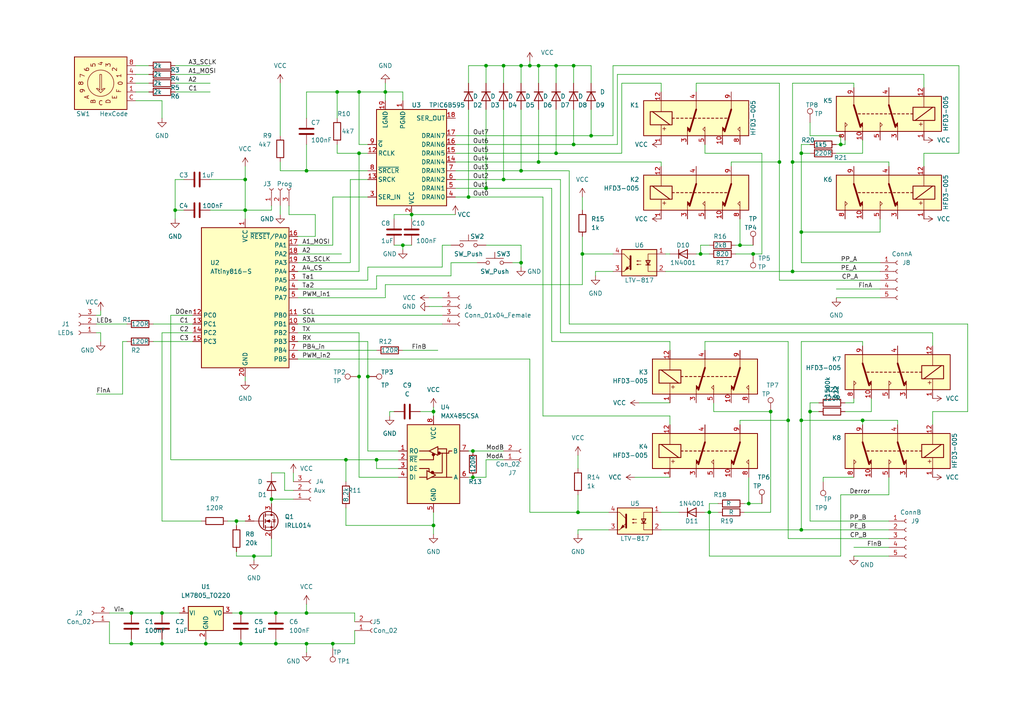
<source format=kicad_sch>
(kicad_sch (version 20230121) (generator eeschema)
  (paper "A4")
  (junction (at 161.29 44.45))
  (junction (at 100.33 133.35))
  (junction (at 116.84 71.12))
  (junction (at 135.89 57.15))
  (junction (at 68.58 151.13))
  (junction (at 69.85 186.69))
  (junction (at 88.9 177.8))
  (junction (at 125.73 152.4))
  (junction (at 96.52 186.69))
  (junction (at 203.2 73.66))
  (junction (at 161.29 19.05))
  (junction (at 71.12 60.96))
  (junction (at 46.99 177.8))
  (junction (at 217.17 146.05))
  (junction (at 106.68 109.22))
  (junction (at 214.63 71.12))
  (junction (at 137.16 138.43))
  (junction (at 88.9 49.53))
  (junction (at 71.12 52.07))
  (junction (at 226.06 46.99))
  (junction (at 205.74 148.59))
  (junction (at 104.14 44.45))
  (junction (at 125.73 119.38))
  (junction (at 38.1 186.69))
  (junction (at 167.64 148.59))
  (junction (at 80.01 186.69))
  (junction (at 243.84 41.91))
  (junction (at 140.97 19.05))
  (junction (at 166.37 19.05))
  (junction (at 229.87 46.99))
  (junction (at 156.21 19.05))
  (junction (at 97.79 26.67))
  (junction (at 166.37 41.91))
  (junction (at 80.01 177.8))
  (junction (at 38.1 177.8))
  (junction (at 59.69 186.69))
  (junction (at 218.44 73.66))
  (junction (at 171.45 39.37))
  (junction (at 232.41 153.67))
  (junction (at 104.14 26.67))
  (junction (at 69.85 177.8))
  (junction (at 234.95 119.38))
  (junction (at 232.41 44.45))
  (junction (at 137.16 130.81))
  (junction (at 228.6 121.92))
  (junction (at 73.66 161.29))
  (junction (at 146.05 52.07))
  (junction (at 250.19 121.92))
  (junction (at 151.13 19.05))
  (junction (at 232.41 67.31))
  (junction (at 156.21 46.99))
  (junction (at 223.52 119.38))
  (junction (at 140.97 54.61))
  (junction (at 146.05 19.05))
  (junction (at 229.87 78.74))
  (junction (at 151.13 49.53))
  (junction (at 151.13 76.2))
  (junction (at 88.9 186.69))
  (junction (at 50.8 60.96))
  (junction (at 78.74 144.78))
  (junction (at 168.91 73.66))
  (junction (at 153.67 19.05))
  (junction (at 104.14 109.22))
  (junction (at 119.38 62.23))
  (junction (at 232.41 121.92))
  (junction (at 109.22 133.35))
  (junction (at 111.76 26.67))
  (junction (at 46.99 186.69))
  (wire (pts (xy 39.37 21.59) (xy 43.18 21.59)))
  (wire (pts (xy 100.33 133.35) (xy 109.22 133.35)))
  (wire (pts (xy 162.56 96.52) (xy 270.51 96.52)))
  (wire (pts (xy 146.05 19.05) (xy 146.05 24.13)))
  (wire (pts (xy 260.35 123.19) (xy 260.35 121.92)))
  (wire (pts (xy 86.36 81.28) (xy 106.68 81.28)))
  (wire (pts (xy 270.51 96.52) (xy 270.51 100.33)))
  (wire (pts (xy 205.74 73.66) (xy 203.2 73.66)))
  (wire (pts (xy 46.99 185.42) (xy 46.99 186.69)))
  (wire (pts (xy 119.38 62.23) (xy 114.3 62.23)))
  (wire (pts (xy 207.01 116.84) (xy 207.01 119.38)))
  (wire (pts (xy 102.87 177.8) (xy 102.87 180.34)))
  (wire (pts (xy 234.95 119.38) (xy 237.49 119.38)))
  (wire (pts (xy 201.93 26.67) (xy 201.93 24.13)))
  (wire (pts (xy 135.89 57.15) (xy 157.48 57.15)))
  (wire (pts (xy 46.99 34.29) (xy 46.99 29.21)))
  (wire (pts (xy 125.73 148.59) (xy 125.73 152.4)))
  (wire (pts (xy 151.13 19.05) (xy 151.13 24.13)))
  (wire (pts (xy 88.9 41.91) (xy 88.9 49.53)))
  (wire (pts (xy 86.36 86.36) (xy 111.76 86.36)))
  (wire (pts (xy 153.67 148.59) (xy 167.64 148.59)))
  (wire (pts (xy 151.13 76.2) (xy 148.59 76.2)))
  (wire (pts (xy 86.36 93.98) (xy 128.27 93.98)))
  (wire (pts (xy 185.42 116.84) (xy 194.31 116.84)))
  (wire (pts (xy 80.01 186.69) (xy 88.9 186.69)))
  (wire (pts (xy 135.89 19.05) (xy 140.97 19.05)))
  (wire (pts (xy 53.34 52.07) (xy 50.8 52.07)))
  (wire (pts (xy 166.37 31.75) (xy 166.37 41.91)))
  (wire (pts (xy 73.66 161.29) (xy 78.74 161.29)))
  (wire (pts (xy 115.57 135.89) (xy 109.22 135.89)))
  (wire (pts (xy 78.74 161.29) (xy 78.74 156.21)))
  (wire (pts (xy 184.15 138.43) (xy 194.31 138.43)))
  (wire (pts (xy 242.57 41.91) (xy 243.84 41.91)))
  (wire (pts (xy 50.8 60.96) (xy 53.34 60.96)))
  (wire (pts (xy 255.27 63.5) (xy 255.27 67.31)))
  (wire (pts (xy 205.74 148.59) (xy 204.47 148.59)))
  (wire (pts (xy 86.36 104.14) (xy 153.67 104.14)))
  (wire (pts (xy 81.28 24.13) (xy 81.28 39.37)))
  (wire (pts (xy 167.64 153.67) (xy 167.64 154.94)))
  (wire (pts (xy 135.89 138.43) (xy 137.16 138.43)))
  (wire (pts (xy 69.85 177.8) (xy 80.01 177.8)))
  (wire (pts (xy 137.16 130.81) (xy 146.05 130.81)))
  (wire (pts (xy 49.53 91.44) (xy 49.53 133.35)))
  (wire (pts (xy 214.63 121.92) (xy 228.6 121.92)))
  (wire (pts (xy 35.56 99.06) (xy 36.83 99.06)))
  (wire (pts (xy 132.08 41.91) (xy 166.37 41.91)))
  (wire (pts (xy 81.28 46.99) (xy 81.28 49.53)))
  (wire (pts (xy 223.52 119.38) (xy 223.52 148.59)))
  (wire (pts (xy 125.73 119.38) (xy 125.73 120.65)))
  (wire (pts (xy 119.38 62.23) (xy 132.08 62.23)))
  (wire (pts (xy 140.97 133.35) (xy 140.97 138.43)))
  (wire (pts (xy 85.09 142.24) (xy 82.55 142.24)))
  (wire (pts (xy 130.81 76.2) (xy 138.43 76.2)))
  (wire (pts (xy 132.08 52.07) (xy 146.05 52.07)))
  (wire (pts (xy 180.34 24.13) (xy 191.77 24.13)))
  (wire (pts (xy 140.97 19.05) (xy 140.97 24.13)))
  (wire (pts (xy 161.29 19.05) (xy 161.29 24.13)))
  (wire (pts (xy 137.16 138.43) (xy 140.97 138.43)))
  (wire (pts (xy 135.89 19.05) (xy 135.89 24.13)))
  (wire (pts (xy 50.8 24.13) (xy 60.96 24.13)))
  (wire (pts (xy 242.57 83.82) (xy 255.27 83.82)))
  (wire (pts (xy 220.98 73.66) (xy 218.44 73.66)))
  (wire (pts (xy 35.56 114.3) (xy 27.94 114.3)))
  (wire (pts (xy 207.01 119.38) (xy 223.52 119.38)))
  (wire (pts (xy 165.1 49.53) (xy 165.1 93.98)))
  (wire (pts (xy 50.8 19.05) (xy 60.96 19.05)))
  (wire (pts (xy 205.74 146.05) (xy 205.74 148.59)))
  (wire (pts (xy 168.91 68.58) (xy 168.91 73.66)))
  (wire (pts (xy 203.2 73.66) (xy 201.93 73.66)))
  (wire (pts (xy 135.89 31.75) (xy 135.89 57.15)))
  (wire (pts (xy 140.97 54.61) (xy 160.02 54.61)))
  (wire (pts (xy 243.84 39.37) (xy 234.95 39.37)))
  (wire (pts (xy 96.52 71.12) (xy 96.52 57.15)))
  (wire (pts (xy 80.01 185.42) (xy 80.01 186.69)))
  (wire (pts (xy 201.93 24.13) (xy 226.06 24.13)))
  (wire (pts (xy 69.85 186.69) (xy 80.01 186.69)))
  (wire (pts (xy 232.41 121.92) (xy 232.41 153.67)))
  (wire (pts (xy 140.97 19.05) (xy 146.05 19.05)))
  (wire (pts (xy 176.53 153.67) (xy 167.64 153.67)))
  (wire (pts (xy 267.97 21.59) (xy 267.97 25.4)))
  (wire (pts (xy 39.37 24.13) (xy 43.18 24.13)))
  (wire (pts (xy 81.28 59.69) (xy 81.28 62.23)))
  (wire (pts (xy 160.02 54.61) (xy 160.02 99.06)))
  (wire (pts (xy 193.04 73.66) (xy 194.31 73.66)))
  (wire (pts (xy 88.9 186.69) (xy 96.52 186.69)))
  (wire (pts (xy 49.53 133.35) (xy 100.33 133.35)))
  (wire (pts (xy 247.65 161.29) (xy 257.81 161.29)))
  (wire (pts (xy 280.67 119.38) (xy 280.67 93.98)))
  (wire (pts (xy 205.74 71.12) (xy 203.2 71.12)))
  (wire (pts (xy 86.36 68.58) (xy 91.44 68.58)))
  (wire (pts (xy 102.87 186.69) (xy 102.87 182.88)))
  (wire (pts (xy 245.11 119.38) (xy 252.73 119.38)))
  (wire (pts (xy 167.64 132.08) (xy 167.64 135.89)))
  (wire (pts (xy 151.13 71.12) (xy 151.13 76.2)))
  (wire (pts (xy 151.13 49.53) (xy 132.08 49.53)))
  (wire (pts (xy 232.41 121.92) (xy 250.19 121.92)))
  (wire (pts (xy 168.91 57.15) (xy 168.91 60.96)))
  (wire (pts (xy 31.75 177.8) (xy 38.1 177.8)))
  (wire (pts (xy 132.08 39.37) (xy 171.45 39.37)))
  (wire (pts (xy 66.04 151.13) (xy 68.58 151.13)))
  (wire (pts (xy 96.52 186.69) (xy 96.52 187.96)))
  (wire (pts (xy 215.9 146.05) (xy 217.17 146.05)))
  (wire (pts (xy 162.56 52.07) (xy 162.56 96.52)))
  (wire (pts (xy 29.21 91.44) (xy 29.21 90.17)))
  (wire (pts (xy 135.89 57.15) (xy 132.08 57.15)))
  (wire (pts (xy 124.46 88.9) (xy 128.27 88.9)))
  (wire (pts (xy 116.84 26.67) (xy 116.84 29.21)))
  (wire (pts (xy 44.45 99.06) (xy 55.88 99.06)))
  (wire (pts (xy 204.47 44.45) (xy 220.98 44.45)))
  (wire (pts (xy 204.47 99.06) (xy 228.6 99.06)))
  (wire (pts (xy 153.67 19.05) (xy 156.21 19.05)))
  (wire (pts (xy 242.57 44.45) (xy 250.19 44.45)))
  (wire (pts (xy 243.84 143.51) (xy 243.84 161.29)))
  (wire (pts (xy 55.88 91.44) (xy 49.53 91.44)))
  (wire (pts (xy 50.8 21.59) (xy 60.96 21.59)))
  (wire (pts (xy 234.95 151.13) (xy 257.81 151.13)))
  (wire (pts (xy 140.97 133.35) (xy 146.05 133.35)))
  (wire (pts (xy 86.36 96.52) (xy 104.14 96.52)))
  (wire (pts (xy 119.38 62.23) (xy 119.38 63.5)))
  (wire (pts (xy 106.68 109.22) (xy 106.68 130.81)))
  (wire (pts (xy 68.58 161.29) (xy 73.66 161.29)))
  (wire (pts (xy 46.99 177.8) (xy 52.07 177.8)))
  (wire (pts (xy 151.13 77.47) (xy 151.13 76.2)))
  (wire (pts (xy 166.37 19.05) (xy 171.45 19.05)))
  (wire (pts (xy 82.55 142.24) (xy 82.55 137.16)))
  (wire (pts (xy 232.41 44.45) (xy 232.41 67.31)))
  (wire (pts (xy 226.06 24.13) (xy 226.06 46.99)))
  (wire (pts (xy 27.94 96.52) (xy 29.21 96.52)))
  (wire (pts (xy 250.19 99.06) (xy 232.41 99.06)))
  (wire (pts (xy 96.52 186.69) (xy 102.87 186.69)))
  (wire (pts (xy 46.99 96.52) (xy 46.99 151.13)))
  (wire (pts (xy 232.41 76.2) (xy 255.27 76.2)))
  (wire (pts (xy 104.14 26.67) (xy 111.76 26.67)))
  (wire (pts (xy 71.12 52.07) (xy 71.12 60.96)))
  (wire (pts (xy 78.74 144.78) (xy 78.74 146.05)))
  (wire (pts (xy 228.6 99.06) (xy 228.6 121.92)))
  (wire (pts (xy 100.33 147.32) (xy 100.33 152.4)))
  (wire (pts (xy 250.19 100.33) (xy 250.19 99.06)))
  (wire (pts (xy 50.8 63.5) (xy 50.8 60.96)))
  (wire (pts (xy 104.14 109.22) (xy 104.14 138.43)))
  (wire (pts (xy 255.27 81.28) (xy 226.06 81.28)))
  (wire (pts (xy 146.05 31.75) (xy 146.05 52.07)))
  (wire (pts (xy 250.19 44.45) (xy 250.19 40.64)))
  (wire (pts (xy 60.96 52.07) (xy 71.12 52.07)))
  (wire (pts (xy 232.41 67.31) (xy 232.41 76.2)))
  (wire (pts (xy 100.33 133.35) (xy 100.33 139.7)))
  (wire (pts (xy 109.22 135.89) (xy 109.22 133.35)))
  (wire (pts (xy 50.8 52.07) (xy 50.8 60.96)))
  (wire (pts (xy 177.8 78.74) (xy 172.72 78.74)))
  (wire (pts (xy 245.11 116.84) (xy 247.65 116.84)))
  (wire (pts (xy 50.8 26.67) (xy 60.96 26.67)))
  (wire (pts (xy 171.45 31.75) (xy 171.45 39.37)))
  (wire (pts (xy 71.12 109.22) (xy 71.12 110.49)))
  (wire (pts (xy 114.3 119.38) (xy 113.03 119.38)))
  (wire (pts (xy 38.1 186.69) (xy 46.99 186.69)))
  (wire (pts (xy 111.76 26.67) (xy 116.84 26.67)))
  (wire (pts (xy 116.84 71.12) (xy 119.38 71.12)))
  (wire (pts (xy 232.41 99.06) (xy 232.41 121.92)))
  (wire (pts (xy 46.99 151.13) (xy 58.42 151.13)))
  (wire (pts (xy 140.97 71.12) (xy 151.13 71.12)))
  (wire (pts (xy 106.68 41.91) (xy 104.14 41.91)))
  (wire (pts (xy 229.87 24.13) (xy 229.87 46.99)))
  (wire (pts (xy 267.97 44.45) (xy 267.97 48.26)))
  (wire (pts (xy 86.36 78.74) (xy 104.14 78.74)))
  (wire (pts (xy 191.77 46.99) (xy 191.77 48.26)))
  (wire (pts (xy 86.36 71.12) (xy 96.52 71.12)))
  (wire (pts (xy 71.12 48.26) (xy 71.12 52.07)))
  (wire (pts (xy 247.65 115.57) (xy 247.65 116.84)))
  (wire (pts (xy 243.84 41.91) (xy 245.11 41.91)))
  (wire (pts (xy 68.58 151.13) (xy 68.58 152.4)))
  (wire (pts (xy 212.09 46.99) (xy 226.06 46.99)))
  (wire (pts (xy 156.21 31.75) (xy 156.21 46.99)))
  (wire (pts (xy 29.21 99.06) (xy 29.21 96.52)))
  (wire (pts (xy 247.65 138.43) (xy 238.76 138.43)))
  (wire (pts (xy 161.29 31.75) (xy 161.29 44.45)))
  (wire (pts (xy 257.81 46.99) (xy 257.81 48.26)))
  (wire (pts (xy 160.02 99.06) (xy 194.31 99.06)))
  (wire (pts (xy 191.77 148.59) (xy 196.85 148.59)))
  (wire (pts (xy 257.81 143.51) (xy 257.81 138.43)))
  (wire (pts (xy 132.08 44.45) (xy 161.29 44.45)))
  (wire (pts (xy 168.91 73.66) (xy 168.91 82.55)))
  (wire (pts (xy 157.48 57.15) (xy 157.48 120.65)))
  (wire (pts (xy 220.98 44.45) (xy 220.98 73.66)))
  (wire (pts (xy 243.84 41.91) (xy 243.84 39.37)))
  (wire (pts (xy 250.19 121.92) (xy 250.19 123.19)))
  (wire (pts (xy 55.88 93.98) (xy 44.45 93.98)))
  (wire (pts (xy 59.69 185.42) (xy 59.69 186.69)))
  (wire (pts (xy 228.6 121.92) (xy 228.6 156.21)))
  (wire (pts (xy 146.05 19.05) (xy 151.13 19.05)))
  (wire (pts (xy 171.45 19.05) (xy 171.45 24.13)))
  (wire (pts (xy 267.97 44.45) (xy 278.13 44.45)))
  (wire (pts (xy 97.79 44.45) (xy 97.79 41.91)))
  (wire (pts (xy 73.66 162.56) (xy 73.66 161.29)))
  (wire (pts (xy 38.1 185.42) (xy 38.1 186.69)))
  (wire (pts (xy 39.37 29.21) (xy 46.99 29.21)))
  (wire (pts (xy 35.56 99.06) (xy 35.56 114.3)))
  (wire (pts (xy 229.87 78.74) (xy 255.27 78.74)))
  (wire (pts (xy 247.65 158.75) (xy 257.81 158.75)))
  (wire (pts (xy 78.74 144.78) (xy 85.09 144.78)))
  (wire (pts (xy 204.47 101.6) (xy 204.47 99.06)))
  (wire (pts (xy 270.51 119.38) (xy 280.67 119.38)))
  (wire (pts (xy 191.77 153.67) (xy 232.41 153.67)))
  (wire (pts (xy 104.14 96.52) (xy 104.14 109.22)))
  (wire (pts (xy 234.95 41.91) (xy 232.41 41.91)))
  (wire (pts (xy 161.29 44.45) (xy 180.34 44.45)))
  (wire (pts (xy 180.34 44.45) (xy 180.34 24.13)))
  (wire (pts (xy 151.13 49.53) (xy 165.1 49.53)))
  (wire (pts (xy 106.68 81.28) (xy 106.68 77.47)))
  (wire (pts (xy 204.47 41.91) (xy 204.47 44.45)))
  (wire (pts (xy 168.91 73.66) (xy 177.8 73.66)))
  (wire (pts (xy 229.87 46.99) (xy 257.81 46.99)))
  (wire (pts (xy 69.85 185.42) (xy 69.85 186.69)))
  (wire (pts (xy 243.84 143.51) (xy 257.81 143.51)))
  (wire (pts (xy 212.09 48.26) (xy 212.09 46.99)))
  (wire (pts (xy 218.44 73.66) (xy 213.36 73.66)))
  (wire (pts (xy 31.75 186.69) (xy 38.1 186.69)))
  (wire (pts (xy 191.77 24.13) (xy 191.77 26.67)))
  (wire (pts (xy 96.52 57.15) (xy 106.68 57.15)))
  (wire (pts (xy 166.37 41.91) (xy 179.07 41.91)))
  (wire (pts (xy 101.6 52.07) (xy 106.68 52.07)))
  (wire (pts (xy 124.46 86.36) (xy 128.27 86.36)))
  (wire (pts (xy 46.99 186.69) (xy 59.69 186.69)))
  (wire (pts (xy 156.21 46.99) (xy 191.77 46.99)))
  (wire (pts (xy 86.36 73.66) (xy 99.06 73.66)))
  (wire (pts (xy 234.95 119.38) (xy 234.95 151.13)))
  (wire (pts (xy 68.58 160.02) (xy 68.58 161.29)))
  (wire (pts (xy 140.97 31.75) (xy 140.97 54.61)))
  (wire (pts (xy 278.13 44.45) (xy 278.13 19.05)))
  (wire (pts (xy 165.1 93.98) (xy 280.67 93.98)))
  (wire (pts (xy 111.76 24.13) (xy 111.76 26.67)))
  (wire (pts (xy 71.12 60.96) (xy 71.12 63.5)))
  (wire (pts (xy 39.37 26.67) (xy 43.18 26.67)))
  (wire (pts (xy 114.3 71.12) (xy 116.84 71.12)))
  (wire (pts (xy 116.84 101.6) (xy 127 101.6)))
  (wire (pts (xy 151.13 31.75) (xy 151.13 49.53)))
  (wire (pts (xy 91.44 62.23) (xy 83.82 62.23)))
  (wire (pts (xy 125.73 152.4) (xy 125.73 154.94)))
  (wire (pts (xy 193.04 78.74) (xy 229.87 78.74)))
  (wire (pts (xy 109.22 80.01) (xy 130.81 80.01)))
  (wire (pts (xy 172.72 78.74) (xy 172.72 80.01)))
  (wire (pts (xy 106.68 77.47) (xy 128.27 77.47)))
  (wire (pts (xy 213.36 71.12) (xy 214.63 71.12)))
  (wire (pts (xy 106.68 130.81) (xy 115.57 130.81)))
  (wire (pts (xy 104.14 44.45) (xy 106.68 44.45)))
  (wire (pts (xy 179.07 21.59) (xy 267.97 21.59)))
  (wire (pts (xy 27.94 93.98) (xy 36.83 93.98)))
  (wire (pts (xy 232.41 44.45) (xy 234.95 44.45)))
  (wire (pts (xy 232.41 41.91) (xy 232.41 44.45)))
  (wire (pts (xy 215.9 148.59) (xy 223.52 148.59)))
  (wire (pts (xy 166.37 19.05) (xy 166.37 24.13)))
  (wire (pts (xy 81.28 49.53) (xy 88.9 49.53)))
  (wire (pts (xy 113.03 119.38) (xy 113.03 120.65)))
  (wire (pts (xy 86.36 83.82) (xy 109.22 83.82)))
  (wire (pts (xy 228.6 156.21) (xy 257.81 156.21)))
  (wire (pts (xy 86.36 101.6) (xy 109.22 101.6)))
  (wire (pts (xy 71.12 60.96) (xy 78.74 60.96)))
  (wire (pts (xy 167.64 148.59) (xy 176.53 148.59)))
  (wire (pts (xy 60.96 60.96) (xy 71.12 60.96)))
  (wire (pts (xy 208.28 148.59) (xy 205.74 148.59)))
  (wire (pts (xy 111.76 82.55) (xy 168.91 82.55)))
  (wire (pts (xy 83.82 59.69) (xy 83.82 62.23)))
  (wire (pts (xy 86.36 91.44) (xy 128.27 91.44)))
  (wire (pts (xy 156.21 19.05) (xy 156.21 24.13)))
  (wire (pts (xy 125.73 118.11) (xy 125.73 119.38)))
  (wire (pts (xy 59.69 186.69) (xy 69.85 186.69)))
  (wire (pts (xy 208.28 146.05) (xy 205.74 146.05)))
  (wire (pts (xy 88.9 26.67) (xy 97.79 26.67)))
  (wire (pts (xy 88.9 34.29) (xy 88.9 26.67)))
  (wire (pts (xy 250.19 121.92) (xy 260.35 121.92)))
  (wire (pts (xy 218.44 71.12) (xy 214.63 71.12)))
  (wire (pts (xy 109.22 83.82) (xy 109.22 80.01)))
  (wire (pts (xy 226.06 46.99) (xy 226.06 81.28)))
  (wire (pts (xy 217.17 146.05) (xy 220.98 146.05)))
  (wire (pts (xy 247.65 24.13) (xy 229.87 24.13)))
  (wire (pts (xy 214.63 123.19) (xy 214.63 121.92)))
  (wire (pts (xy 86.36 99.06) (xy 106.68 99.06)))
  (wire (pts (xy 242.57 86.36) (xy 255.27 86.36)))
  (wire (pts (xy 229.87 46.99) (xy 229.87 78.74)))
  (wire (pts (xy 234.95 116.84) (xy 234.95 119.38)))
  (wire (pts (xy 111.76 86.36) (xy 111.76 82.55)))
  (wire (pts (xy 146.05 52.07) (xy 162.56 52.07)))
  (wire (pts (xy 243.84 161.29) (xy 205.74 161.29)))
  (wire (pts (xy 247.65 25.4) (xy 247.65 24.13)))
  (wire (pts (xy 104.14 138.43) (xy 115.57 138.43)))
  (wire (pts (xy 217.17 138.43) (xy 217.17 146.05)))
  (wire (pts (xy 153.67 104.14) (xy 153.67 148.59)))
  (wire (pts (xy 91.44 68.58) (xy 91.44 62.23)))
  (wire (pts (xy 104.14 78.74) (xy 104.14 44.45)))
  (wire (pts (xy 97.79 26.67) (xy 104.14 26.67)))
  (wire (pts (xy 67.31 177.8) (xy 69.85 177.8)))
  (wire (pts (xy 237.49 116.84) (xy 234.95 116.84)))
  (wire (pts (xy 106.68 99.06) (xy 106.68 109.22)))
  (wire (pts (xy 167.64 143.51) (xy 167.64 148.59)))
  (wire (pts (xy 153.67 17.78) (xy 153.67 19.05)))
  (wire (pts (xy 88.9 49.53) (xy 106.68 49.53)))
  (wire (pts (xy 156.21 19.05) (xy 161.29 19.05)))
  (wire (pts (xy 234.95 39.37) (xy 234.95 35.56)))
  (wire (pts (xy 80.01 177.8) (xy 88.9 177.8)))
  (wire (pts (xy 257.81 153.67) (xy 232.41 153.67)))
  (wire (pts (xy 38.1 177.8) (xy 46.99 177.8)))
  (wire (pts (xy 205.74 148.59) (xy 205.74 161.29)))
  (wire (pts (xy 151.13 19.05) (xy 153.67 19.05)))
  (wire (pts (xy 171.45 39.37) (xy 177.8 39.37)))
  (wire (pts (xy 238.76 138.43) (xy 238.76 139.7)))
  (wire (pts (xy 27.94 91.44) (xy 29.21 91.44)))
  (wire (pts (xy 82.55 137.16) (xy 78.74 137.16)))
  (wire (pts (xy 114.3 62.23) (xy 114.3 63.5)))
  (wire (pts (xy 86.36 76.2) (xy 101.6 76.2)))
  (wire (pts (xy 132.08 46.99) (xy 156.21 46.99)))
  (wire (pts (xy 39.37 19.05) (xy 43.18 19.05)))
  (wire (pts (xy 104.14 41.91) (xy 104.14 26.67)))
  (wire (pts (xy 100.33 152.4) (xy 125.73 152.4)))
  (wire (pts (xy 214.63 63.5) (xy 214.63 71.12)))
  (wire (pts (xy 128.27 77.47) (xy 128.27 71.12)))
  (wire (pts (xy 111.76 29.21) (xy 111.76 26.67)))
  (wire (pts (xy 161.29 19.05) (xy 166.37 19.05)))
  (wire (pts (xy 109.22 133.35) (xy 115.57 133.35)))
  (wire (pts (xy 97.79 44.45) (xy 104.14 44.45)))
  (wire (pts (xy 179.07 41.91) (xy 179.07 21.59)))
  (wire (pts (xy 88.9 177.8) (xy 102.87 177.8)))
  (wire (pts (xy 88.9 175.26) (xy 88.9 177.8)))
  (wire (pts (xy 245.11 40.64) (xy 245.11 41.91)))
  (wire (pts (xy 130.81 80.01) (xy 130.81 76.2)))
  (wire (pts (xy 135.89 130.81) (xy 137.16 130.81)))
  (wire (pts (xy 68.58 151.13) (xy 71.12 151.13)))
  (wire (pts (xy 203.2 71.12) (xy 203.2 73.66)))
  (wire (pts (xy 121.92 119.38) (xy 125.73 119.38)))
  (wire (pts (xy 116.84 71.12) (xy 116.84 72.39)))
  (wire (pts (xy 177.8 39.37) (xy 177.8 19.05)))
  (wire (pts (xy 85.09 137.16) (xy 85.09 139.7)))
  (wire (pts (xy 128.27 71.12) (xy 130.81 71.12)))
  (wire (pts (xy 88.9 186.69) (xy 88.9 189.23)))
  (wire (pts (xy 232.41 67.31) (xy 255.27 67.31)))
  (wire (pts (xy 270.51 119.38) (xy 270.51 123.19)))
  (wire (pts (xy 252.73 119.38) (xy 252.73 115.57)))
  (wire (pts (xy 194.31 99.06) (xy 194.31 101.6)))
  (wire (pts (xy 101.6 76.2) (xy 101.6 52.07)))
  (wire (pts (xy 177.8 19.05) (xy 278.13 19.05)))
  (wire (pts (xy 140.97 54.61) (xy 132.08 54.61)))
  (wire (pts (xy 31.75 180.34) (xy 31.75 186.69)))
  (wire (pts (xy 78.74 59.69) (xy 78.74 60.96)))
  (wire (pts (xy 157.48 120.65) (xy 194.31 120.65)))
  (wire (pts (xy 194.31 120.65) (xy 194.31 123.19)))
  (wire (pts (xy 97.79 26.67) (xy 97.79 34.29)))
  (wire (pts (xy 46.99 96.52) (xy 55.88 96.52)))
  (label "A2" (at 54.61 24.13 0))
  (label "C1" (at 54.61 26.67 0))
  (label "FinA" (at 248.92 83.82 0))
  (label "Ta1" (at 87.63 81.28 0))
  (label "FinA" (at 27.94 114.3 0))
  (label "Out6" (at 137.16 41.91 0))
  (label "SCL" (at 87.63 91.44 0))
  (label "A3_SCLK" (at 87.63 76.2 0))
  (label "PE_A" (at 243.84 78.74 0))
  (label "C1" (at 52.07 93.98 0))
  (label "CP_B" (at 251.46 156.21 180))
  (label "ModB" (at 140.97 130.81 0))
  (label "SDA" (at 87.63 93.98 0))
  (label "Ta2" (at 87.63 83.82 0))
  (label "A3_SCLK" (at 54.61 19.05 0))
  (label "Out0" (at 137.16 57.15 0))
  (label "FinB" (at 251.46 158.75 0))
  (label "Vin" (at 33.02 177.8 0))
  (label "FinB" (at 119.38 101.6 0))
  (label "DOen" (at 50.8 91.44 0))
  (label "Out2" (at 137.16 52.07 0))
  (label "Out7" (at 137.16 39.37 0))
  (label "PWM_in1" (at 87.63 86.36 0))
  (label "PP_B" (at 246.38 151.13 0))
  (label "Out3" (at 137.16 49.53 0))
  (label "PB4_in" (at 87.63 101.6 0))
  (label "Out5" (at 137.16 44.45 0))
  (label "A1_MOSI" (at 54.61 21.59 0))
  (label "Out1" (at 137.16 54.61 0))
  (label "A1_MOSI" (at 87.63 71.12 0))
  (label "PE_B" (at 246.38 153.67 0))
  (label "A4_CS" (at 87.63 78.74 0))
  (label "PWM_in2" (at 87.63 104.14 0))
  (label "A2" (at 87.63 73.66 0))
  (label "LEDs" (at 27.94 93.98 0))
  (label "Derror" (at 246.38 143.51 0))
  (label "TX" (at 87.63 96.52 0))
  (label "ModA" (at 140.97 133.35 0))
  (label "C2" (at 52.07 96.52 0))
  (label "Out4" (at 137.16 46.99 0))
  (label "C3" (at 52.07 99.06 0))
  (label "PP_A" (at 243.84 76.2 0))
  (label "CP_A" (at 248.92 81.28 180))
  (label "RX" (at 87.63 99.06 0))
  (symbol (lib_id "power:GND") (at 46.99 34.29 0) (mirror y) (unit 1)
    (property "Reference" "#PWR03" (effects hide))
    (property "Value" "GND" (at 46.99 39.37 0))
  )
  (symbol (lib_id "Connector:Conn_01x05_Female") (at 260.35 81.28 0) (unit 1)
    (property "Reference" "J8" (at 262.89 76.2 0))
    (property "Value" "ConnA" (at 261.62 73.66 0))
    (property "Footprint" "Connector_Phoenix_MC_HighVoltage:PhoenixContact_MCV_1,5_5-G-5.08_1x05_P5.08mm_Vertical" (effects hide))
  )
  (symbol (lib_id "Device:R") (at 40.64 93.98 90) (mirror x) (unit 1)
    (property "Reference" "R1" (at 36.83 92.71 90))
    (property "Value" "120R" (at 40.64 93.98 90))
    (property "Footprint" "Resistor_SMD:R_1206_3216Metric_Pad1.30x1.75mm_HandSolder" (effects hide))
  )
  (symbol (lib_id "Isolator:LTV-817") (at 184.15 151.13 0) (mirror y) (unit 1)
    (property "Reference" "U5" (at 184.15 146.05 0))
    (property "Value" "LTV-817" (at 184.15 156.21 0))
    (property "Footprint" "Package_DIP:DIP-4_W7.62mm" (effects hide))
    (property "Datasheet" "http://www.us.liteon.com/downloads/LTV-817-827-847.PDF" (effects hide))
  )
  (symbol (lib_id "Device:R") (at 40.64 99.06 90) (mirror x) (unit 1)
    (property "Reference" "R2" (at 39.37 101.6 90))
    (property "Value" "120R" (at 40.64 99.06 90))
    (property "Footprint" "Resistor_SMD:R_1206_3216Metric_Pad1.30x1.75mm_HandSolder" (effects hide))
  )
  (symbol (lib_id "Device:C") (at 119.38 67.31 0) (unit 1)
    (property "Reference" "C10" (at 119.38 64.77 0) (effects (justify left)))
    (property "Value" "100nF" (at 120.65 69.85 0) (effects (justify left)))
    (property "Footprint" "Capacitor_SMD:C_0805_2012Metric_Pad1.18x1.45mm_HandSolder" (effects hide))
  )
  (symbol (lib_id "Device:R") (at 100.33 143.51 0) (mirror y) (unit 1)
    (property "Reference" "R11" (at 102.87 142.24 0))
    (property "Value" "8,2k" (at 100.33 143.51 90))
    (property "Footprint" "Resistor_SMD:R_1206_3216Metric_Pad1.30x1.75mm_HandSolder" (effects hide))
  )
  (symbol (lib_id "power:GND") (at 247.65 161.29 0) (unit 1)
    (property "Reference" "#PWR032" (effects hide))
    (property "Value" "GND" (at 251.46 163.83 0))
  )
  (symbol (lib_id "Device:C") (at 88.9 38.1 0) (unit 1)
    (property "Reference" "C7" (at 90.17 35.56 0) (effects (justify left)))
    (property "Value" "100nF" (at 90.17 40.64 0) (effects (justify left)))
    (property "Footprint" "Capacitor_SMD:C_0805_2012Metric_Pad1.18x1.45mm_HandSolder" (effects hide))
  )
  (symbol (lib_id "Relay:EC2-4.5NU") (at 204.47 109.22 0) (mirror x) (unit 1)
    (property "Reference" "K3" (at 187.96 107.9499 0) (effects (justify right)))
    (property "Value" "HFD3-005" (at 187.96 110.4899 0) (effects (justify right)))
    (property "Footprint" "Relay_THT:Relay_DPDT_Kemet_EC2" (effects hide))
    (property "Datasheet" "https://content.kemet.com/datasheets/KEM_R7002_EC2_EE2.pdf" (effects hide))
  )
  (symbol (lib_id "Device:R") (at 241.3 116.84 270) (unit 1)
    (property "Reference" "R22" (at 242.57 111.76 0) (effects (justify left)))
    (property "Value" "1500k" (at 240.03 109.22 0) (effects (justify left)))
    (property "Footprint" "Resistor_THT:R_Axial_DIN0207_L6.3mm_D2.5mm_P7.62mm_Horizontal" (effects hide))
  )
  (symbol (lib_id "Connector:TestPoint") (at 234.95 35.56 0) (unit 1)
    (property "Reference" "TP8" (at 233.68 30.48 0) (effects (justify left)))
    (property "Value" "TP" (at 236.22 33.02 0) (effects (justify left)))
    (property "Footprint" "TestPoint:TestPoint_Keystone_5000-5004_Miniature" (effects hide))
  )
  (symbol (lib_id "Device:D") (at 146.05 27.94 90) (mirror x) (unit 1)
    (property "Reference" "D4" (at 147.32 30.48 90) (effects (justify right)))
    (property "Value" "D" (at 147.32 27.94 90) (effects (justify right)))
    (property "Footprint" "Diode_THT:D_A-405_P5.08mm_Vertical_AnodeUp" (effects hide))
  )
  (symbol (lib_id "power:GND") (at 73.66 162.56 0) (unit 1)
    (property "Reference" "#PWR07" (effects hide))
    (property "Value" "GND" (at 73.66 167.64 0))
  )
  (symbol (lib_id "Connector:Conn_01x02_Female") (at 107.95 182.88 0) (mirror x) (unit 1)
    (property "Reference" "J5" (at 109.22 180.34 0))
    (property "Value" "Con_02" (at 111.76 182.88 0))
    (property "Footprint" "Connector_PinHeader_2.54mm:PinHeader_1x02_P2.54mm_Vertical" (effects hide))
  )
  (symbol (lib_id "Device:D") (at 161.29 27.94 90) (mirror x) (unit 1)
    (property "Reference" "D7" (at 162.56 30.48 90) (effects (justify right)))
    (property "Value" "D" (at 162.56 27.94 90) (effects (justify right)))
    (property "Footprint" "Diode_THT:D_A-405_P5.08mm_Vertical_AnodeUp" (effects hide))
  )
  (symbol (lib_id "power:VCC") (at 29.21 90.17 0) (unit 1)
    (property "Reference" "#PWR01" (effects hide))
    (property "Value" "VCC" (at 26.67 87.63 0))
  )
  (symbol (lib_id "Device:R") (at 212.09 146.05 90) (mirror x) (unit 1)
    (property "Reference" "R18" (at 210.82 143.51 90) (effects (justify left)))
    (property "Value" "R" (at 212.09 146.05 90) (effects (justify left)))
    (property "Footprint" "Resistor_THT:R_Axial_DIN0207_L6.3mm_D2.5mm_P7.62mm_Horizontal" (effects hide))
  )
  (symbol (lib_id "Device:C") (at 38.1 181.61 0) (unit 1)
    (property "Reference" "C1" (at 41.91 180.3399 0) (effects (justify left)))
    (property "Value" "100nF" (at 41.91 182.8799 0) (effects (justify left)))
    (property "Footprint" "Capacitor_SMD:C_0805_2012Metric_Pad1.18x1.45mm_HandSolder" (effects hide))
  )
  (symbol (lib_id "power:VCC") (at 270.51 115.57 270) (unit 1)
    (property "Reference" "#PWR035" (effects hide))
    (property "Value" "VCC" (at 274.32 115.5699 90) (effects (justify left)))
  )
  (symbol (lib_id "Device:D") (at 156.21 27.94 90) (mirror x) (unit 1)
    (property "Reference" "D6" (at 157.48 30.48 90) (effects (justify right)))
    (property "Value" "D" (at 157.48 27.94 90) (effects (justify right)))
    (property "Footprint" "Diode_THT:D_A-405_P5.08mm_Vertical_AnodeUp" (effects hide))
  )
  (symbol (lib_id "power:GND") (at 116.84 72.39 0) (unit 1)
    (property "Reference" "#PWR015" (effects hide))
    (property "Value" "GND" (at 113.03 73.66 0))
  )
  (symbol (lib_id "Diode:1N4001") (at 200.66 148.59 0) (mirror x) (unit 1)
    (property "Reference" "D11" (at 200.66 151.13 0))
    (property "Value" "1N4001" (at 200.66 146.05 0))
    (property "Footprint" "Diode_THT:D_A-405_P2.54mm_Vertical_AnodeUp" (effects hide))
    (property "Datasheet" "http://www.vishay.com/docs/88503/1n4001.pdf" (effects hide))
  )
  (symbol (lib_id "MCU_Microchip_ATtiny:ATtiny816-S") (at 71.12 86.36 0) (unit 1)
    (property "Reference" "U2" (at 60.96 76.2 0) (effects (justify left)))
    (property "Value" "ATtiny816-S" (at 60.96 78.74 0) (effects (justify left)))
    (property "Footprint" "Package_SO:SOIC-20W_7.5x12.8mm_P1.27mm" (effects hide))
    (property "Datasheet" "http://ww1.microchip.com/downloads/en/DeviceDoc/40001913A.pdf" (effects hide))
  )
  (symbol (lib_id "Connector:TestPoint") (at 218.44 71.12 0) (unit 1)
    (property "Reference" "TP4" (at 215.9 66.04 0) (effects (justify left)))
    (property "Value" "TP" (at 217.17 63.5 0) (effects (justify left)))
    (property "Footprint" "TestPoint:TestPoint_Keystone_5000-5004_Miniature" (effects hide))
  )
  (symbol (lib_id "Device:R") (at 168.91 64.77 0) (unit 1)
    (property "Reference" "R15" (at 171.45 63.4999 0) (effects (justify left)))
    (property "Value" "1k" (at 171.45 66.0399 0) (effects (justify left)))
    (property "Footprint" "Resistor_SMD:R_1206_3216Metric_Pad1.30x1.75mm_HandSolder" (effects hide))
  )
  (symbol (lib_id "Switch:SW_Push") (at 143.51 76.2 0) (unit 1)
    (property "Reference" "SW3" (at 146.05 73.66 0))
    (property "Value" "SW_Push" (at 143.51 78.74 0))
    (property "Footprint" "Button_Switch_SMD:SW_SPST_B3S-1000" (effects hide))
  )
  (symbol (lib_id "Switch:SW_Push") (at 135.89 71.12 0) (unit 1)
    (property "Reference" "SW2" (at 138.43 68.58 0))
    (property "Value" "SW_Push" (at 135.89 73.66 0))
    (property "Footprint" "Button_Switch_SMD:SW_SPST_B3S-1000" (effects hide))
  )
  (symbol (lib_id "Transistor_FET:IRLML0030") (at 76.2 151.13 0) (unit 1)
    (property "Reference" "Q1" (at 82.55 149.8599 0) (effects (justify left)))
    (property "Value" "IRLL014" (at 82.55 152.3999 0) (effects (justify left)))
    (property "Footprint" "Package_TO_SOT_SMD:SOT-23" (effects hide))
    (property "Datasheet" "https://www.infineon.com/dgdl/irlml0030pbf.pdf?fileId=5546d462533600a401535664773825df" (effects hide))
  )
  (symbol (lib_id "Connector:Conn_01x03_Female") (at 90.17 142.24 0) (mirror x) (unit 1)
    (property "Reference" "J4" (at 92.71 139.7 0))
    (property "Value" "Aux" (at 92.71 142.24 0))
    (property "Footprint" "Connector_PinHeader_2.54mm:PinHeader_1x03_P2.54mm_Vertical" (effects hide))
  )
  (symbol (lib_id "Connector:Conn_01x03_Female") (at 81.28 54.61 90) (unit 1)
    (property "Reference" "J3" (at 77.47 53.34 90))
    (property "Value" "Prog" (at 82.55 53.34 90))
    (property "Footprint" "Connector_PinHeader_2.54mm:PinHeader_1x03_P2.54mm_Vertical" (effects hide))
  )
  (symbol (lib_id "Device:D") (at 166.37 27.94 90) (mirror x) (unit 1)
    (property "Reference" "D8" (at 167.64 30.48 90) (effects (justify right)))
    (property "Value" "D" (at 167.64 27.94 90) (effects (justify right)))
    (property "Footprint" "Diode_THT:D_A-405_P5.08mm_Vertical_AnodeUp" (effects hide))
  )
  (symbol (lib_id "Device:R") (at 209.55 71.12 90) (mirror x) (unit 1)
    (property "Reference" "R16" (at 210.82 68.58 90) (effects (justify left)))
    (property "Value" "2k8" (at 210.82 71.12 90) (effects (justify left)))
    (property "Footprint" "Resistor_THT:R_Axial_DIN0207_L6.3mm_D2.5mm_P7.62mm_Horizontal" (effects hide))
  )
  (symbol (lib_id "Device:R") (at 137.16 134.62 0) (unit 1)
    (property "Reference" "R13" (at 135.89 139.7 0) (effects (justify left)))
    (property "Value" "120R" (at 137.16 137.16 90) (effects (justify left)))
    (property "Footprint" "Resistor_THT:R_Axial_DIN0207_L6.3mm_D2.5mm_P7.62mm_Horizontal" (effects hide))
  )
  (symbol (lib_id "power:GND") (at 71.12 110.49 0) (unit 1)
    (property "Reference" "#PWR06" (effects hide))
    (property "Value" "GND" (at 71.12 115.57 0))
  )
  (symbol (lib_id "power:VCC") (at 81.28 24.13 0) (unit 1)
    (property "Reference" "#PWR08" (effects hide))
    (property "Value" "VCC" (at 81.28 19.05 0))
  )
  (symbol (lib_id "Interface_UART:MAX485E") (at 125.73 133.35 0) (unit 1)
    (property "Reference" "U4" (at 127.7494 118.11 0) (effects (justify left)))
    (property "Value" "MAX485CSA" (at 127.7494 120.65 0) (effects (justify left)))
    (property "Footprint" "Package_SO:SO-8_3.9x4.9mm_P1.27mm" (effects hide))
    (property "Datasheet" "https://datasheets.maximintegrated.com/en/ds/MAX1487E-MAX491E.pdf" (effects hide))
  )
  (symbol (lib_id "power:VCC") (at 191.77 63.5 90) (unit 1)
    (property "Reference" "#PWR030" (effects hide))
    (property "Value" "VCC" (at 187.96 63.4999 90) (effects (justify left)))
  )
  (symbol (lib_id "Diode:1N4001") (at 198.12 73.66 0) (mirror x) (unit 1)
    (property "Reference" "D10" (at 198.12 71.12 0))
    (property "Value" "1N4001" (at 198.12 76.2 0))
    (property "Footprint" "Diode_THT:D_A-405_P2.54mm_Vertical_AnodeUp" (effects hide))
    (property "Datasheet" "http://www.vishay.com/docs/88503/1n4001.pdf" (effects hide))
  )
  (symbol (lib_id "power:GND") (at 242.57 86.36 0) (unit 1)
    (property "Reference" "#PWR031" (effects hide))
    (property "Value" "GND" (at 242.57 91.44 0))
  )
  (symbol (lib_id "power:VCC") (at 267.97 40.64 270) (unit 1)
    (property "Reference" "#PWR033" (effects hide))
    (property "Value" "VCC" (at 271.78 40.6399 90) (effects (justify left)))
  )
  (symbol (lib_id "power:VCC") (at 270.51 138.43 270) (unit 1)
    (property "Reference" "#PWR036" (effects hide))
    (property "Value" "VCC" (at 274.32 138.4299 90) (effects (justify left)))
  )
  (symbol (lib_id "power:GND") (at 81.28 62.23 0) (unit 1)
    (property "Reference" "#PWR09" (effects hide))
    (property "Value" "GND" (at 77.47 63.5 0))
  )
  (symbol (lib_id "Connector:Conn_01x03_Female") (at 22.86 93.98 180) (unit 1)
    (property "Reference" "J1" (at 19.05 93.98 0))
    (property "Value" "LEDs" (at 19.05 96.52 0))
    (property "Footprint" "Connector_PinHeader_2.54mm:PinHeader_1x03_P2.54mm_Vertical" (effects hide))
  )
  (symbol (lib_id "Device:R") (at 238.76 44.45 270) (unit 1)
    (property "Reference" "R21" (at 243.84 45.72 90))
    (property "Value" "220R" (at 238.76 44.45 90))
    (property "Footprint" "Resistor_THT:R_Axial_DIN0207_L6.3mm_D2.5mm_P7.62mm_Horizontal" (effects hide))
  )
  (symbol (lib_id "Device:R") (at 238.76 41.91 270) (unit 1)
    (property "Reference" "R20" (at 232.41 40.64 90) (effects (justify left)))
    (property "Value" "1k5" (at 236.22 41.91 90) (effects (justify left)))
    (property "Footprint" "Resistor_THT:R_Axial_DIN0207_L6.3mm_D2.5mm_P7.62mm_Horizontal" (effects hide))
  )
  (symbol (lib_id "Connector:TestPoint") (at 104.14 109.22 90) (unit 1)
    (property "Reference" "TP2" (at 100.33 107.95 90) (effects (justify left)))
    (property "Value" "TP" (at 99.06 110.49 90) (effects (justify left)))
    (property "Footprint" "TestPoint:TestPoint_Pad_1.0x1.0mm" (effects hide))
  )
  (symbol (lib_id "power:VCC") (at 125.73 118.11 0) (unit 1)
    (property "Reference" "#PWR018" (effects hide))
    (property "Value" "VCC" (at 125.73 113.03 0))
  )
  (symbol (lib_id "Device:R") (at 212.09 148.59 270) (mirror x) (unit 1)
    (property "Reference" "R19" (at 210.82 151.13 90))
    (property "Value" "R" (at 212.09 148.59 90))
    (property "Footprint" "Resistor_THT:R_Axial_DIN0207_L6.3mm_D2.5mm_P7.62mm_Horizontal" (effects hide))
  )
  (symbol (lib_id "Interface_Expansion:TPIC6595") (at 119.38 46.99 0) (mirror x) (unit 1)
    (property "Reference" "U3" (at 119.38 30.48 0) (effects (justify left)))
    (property "Value" "TPIC6B595" (at 124.46 30.48 0) (effects (justify left)))
    (property "Footprint" "Package_DIP:DIP-20_W7.62mm" (effects hide))
    (property "Datasheet" "http://www.ti.com/lit/ds/symlink/tpic6595.pdf" (effects hide))
  )
  (symbol (lib_id "Device:R") (at 46.99 21.59 90) (mirror x) (unit 1)
    (property "Reference" "R4" (at 50.8 22.86 90))
    (property "Value" "2k" (at 45.72 21.59 90))
    (property "Footprint" "Resistor_SMD:R_1206_3216Metric_Pad1.30x1.75mm_HandSolder" (effects hide))
  )
  (symbol (lib_id "Device:C") (at 69.85 181.61 0) (unit 1)
    (property "Reference" "C5" (at 73.66 180.3399 0) (effects (justify left)))
    (property "Value" "1uF" (at 73.66 182.8799 0) (effects (justify left)))
    (property "Footprint" "Capacitor_SMD:C_0805_2012Metric_Pad1.18x1.45mm_HandSolder" (effects hide))
  )
  (symbol (lib_id "power:VCC") (at 184.15 138.43 90) (unit 1)
    (property "Reference" "#PWR027" (effects hide))
    (property "Value" "VCC" (at 180.34 138.4299 90) (effects (justify left)))
  )
  (symbol (lib_id "Relay:EC2-4.5NU") (at 201.93 34.29 0) (mirror x) (unit 1)
    (property "Reference" "K1" (at 185.42 30.48 0) (effects (justify right)))
    (property "Value" "HFD3-005" (at 218.44 39.37 90) (effects (justify right)))
    (property "Footprint" "Relay_THT:Relay_DPDT_Kemet_EC2" (effects hide))
    (property "Datasheet" "https://content.kemet.com/datasheets/KEM_R7002_EC2_EE2.pdf" (effects hide))
  )
  (symbol (lib_id "power:GND") (at 167.64 154.94 0) (unit 1)
    (property "Reference" "#PWR024" (effects hide))
    (property "Value" "GND" (at 167.64 160.02 0))
  )
  (symbol (lib_id "Connector:Conn_01x04_Female") (at 133.35 88.9 0) (unit 1)
    (property "Reference" "J6" (at 134.62 88.8999 0) (effects (justify left)))
    (property "Value" "Conn_01x04_Female" (at 134.62 91.4399 0) (effects (justify left)))
    (property "Footprint" "Connector_PinHeader_2.54mm:PinHeader_1x04_P2.54mm_Vertical" (effects hide))
  )
  (symbol (lib_id "Device:R") (at 209.55 73.66 270) (mirror x) (unit 1)
    (property "Reference" "R17" (at 209.55 76.2 90))
    (property "Value" "820" (at 209.55 73.66 90))
    (property "Footprint" "Resistor_THT:R_Axial_DIN0207_L6.3mm_D2.5mm_P7.62mm_Horizontal" (effects hide))
  )
  (symbol (lib_id "Connector:Conn_01x02_Female") (at 151.13 133.35 0) (mirror x) (unit 1)
    (property "Reference" "J7" (at 148.59 137.16 0))
    (property "Value" "Con_02" (at 147.32 134.62 0))
    (property "Footprint" "Connector_PinHeader_2.54mm:PinHeader_1x02_P2.54mm_Vertical" (effects hide))
  )
  (symbol (lib_id "power:VCC") (at 132.08 62.23 0) (unit 1)
    (property "Reference" "#PWR020" (effects hide))
    (property "Value" "VCC" (at 134.62 62.23 0))
  )
  (symbol (lib_id "Device:C") (at 46.99 181.61 0) (unit 1)
    (property "Reference" "C2" (at 50.8 180.3399 0) (effects (justify left)))
    (property "Value" "1uF" (at 50.8 182.8799 0) (effects (justify left)))
    (property "Footprint" "Capacitor_SMD:C_0805_2012Metric_Pad1.18x1.45mm_HandSolder" (effects hide))
  )
  (symbol (lib_id "Isolator:LTV-817") (at 185.42 76.2 0) (mirror y) (unit 1)
    (property "Reference" "U6" (at 185.42 71.12 0))
    (property "Value" "LTV-817" (at 185.42 81.28 0))
    (property "Footprint" "Package_DIP:DIP-4_W7.62mm" (effects hide))
    (property "Datasheet" "http://www.us.liteon.com/downloads/LTV-817-827-847.PDF" (effects hide))
  )
  (symbol (lib_id "power:GND") (at 88.9 189.23 0) (unit 1)
    (property "Reference" "#PWR012" (effects hide))
    (property "Value" "GND" (at 85.09 191.77 0))
  )
  (symbol (lib_id "power:GND") (at 151.13 77.47 0) (unit 1)
    (property "Reference" "#PWR021" (effects hide))
    (property "Value" "GND" (at 154.94 78.74 0))
  )
  (symbol (lib_id "Device:R") (at 241.3 119.38 270) (unit 1)
    (property "Reference" "R23" (at 241.3 113.03 90))
    (property "Value" "220R" (at 241.3 115.57 90))
    (property "Footprint" "Resistor_THT:R_Axial_DIN0207_L6.3mm_D2.5mm_P7.62mm_Horizontal" (effects hide))
  )
  (symbol (lib_id "Device:R") (at 113.03 101.6 270) (mirror x) (unit 1)
    (property "Reference" "R12" (at 111.76 99.06 90))
    (property "Value" "120R" (at 113.03 101.6 90))
    (property "Footprint" "Resistor_SMD:R_1206_3216Metric_Pad1.30x1.75mm_HandSolder" (effects hide))
  )
  (symbol (lib_id "Device:R") (at 68.58 156.21 0) (unit 1)
    (property "Reference" "R8" (at 71.12 154.9399 0) (effects (justify left)))
    (property "Value" "20k" (at 71.12 157.4799 0) (effects (justify left)))
    (property "Footprint" "Resistor_SMD:R_1206_3216Metric_Pad1.30x1.75mm_HandSolder" (effects hide))
  )
  (symbol (lib_id "power:VCC") (at 153.67 17.78 0) (unit 1)
    (property "Reference" "#PWR022" (effects hide))
    (property "Value" "VCC" (at 158.75 15.24 0))
  )
  (symbol (lib_id "power:GND") (at 50.8 63.5 0) (unit 1)
    (property "Reference" "#PWR04" (effects hide))
    (property "Value" "GND" (at 50.8 68.58 0))
  )
  (symbol (lib_id "Device:D") (at 140.97 27.94 90) (mirror x) (unit 1)
    (property "Reference" "D3" (at 142.24 30.48 90) (effects (justify right)))
    (property "Value" "D" (at 142.24 27.94 90) (effects (justify right)))
    (property "Footprint" "Diode_THT:D_A-405_P5.08mm_Vertical_AnodeUp" (effects hide))
  )
  (symbol (lib_id "Device:C") (at 57.15 52.07 90) (unit 1)
    (property "Reference" "C3" (at 54.61 50.8 90) (effects (justify left)))
    (property "Value" "1uF" (at 62.23 50.8 90) (effects (justify left)))
    (property "Footprint" "Capacitor_THT:C_Disc_D4.7mm_W2.5mm_P5.00mm" (effects hide))
  )
  (symbol (lib_id "Device:C") (at 118.11 119.38 90) (unit 1)
    (property "Reference" "C9" (at 118.11 111.76 90))
    (property "Value" "C" (at 118.11 114.3 90))
    (property "Footprint" "Capacitor_SMD:C_0805_2012Metric_Pad1.18x1.45mm_HandSolder" (effects hide))
  )
  (symbol (lib_id "power:GND") (at 124.46 88.9 270) (unit 1)
    (property "Reference" "#PWR017" (effects hide))
    (property "Value" "GND" (at 120.65 88.8999 90) (effects (justify right)))
  )
  (symbol (lib_id "Device:D") (at 78.74 140.97 270) (unit 1)
    (property "Reference" "D1" (at 77.47 143.51 90) (effects (justify right)))
    (property "Value" "D" (at 76.2 139.7001 90) (effects (justify right)))
    (property "Footprint" "Diode_SMD:D_SMA_Handsoldering" (effects hide))
  )
  (symbol (lib_id "Device:R") (at 46.99 26.67 90) (mirror x) (unit 1)
    (property "Reference" "R6" (at 50.8 27.94 90))
    (property "Value" "2k" (at 45.72 26.67 90))
    (property "Footprint" "Resistor_SMD:R_1206_3216Metric_Pad1.30x1.75mm_HandSolder" (effects hide))
  )
  (symbol (lib_id "Connector:TestPoint") (at 238.76 139.7 180) (unit 1)
    (property "Reference" "TP9" (at 240.03 147.32 0) (effects (justify left)))
    (property "Value" "TP" (at 241.3 144.78 0) (effects (justify left)))
    (property "Footprint" "TestPoint:TestPoint_Keystone_5000-5004_Miniature" (effects hide))
  )
  (symbol (lib_id "power:GND") (at 113.03 120.65 0) (unit 1)
    (property "Reference" "#PWR014" (effects hide))
    (property "Value" "GND" (at 113.03 125.73 0))
  )
  (symbol (lib_id "Device:C") (at 80.01 181.61 0) (unit 1)
    (property "Reference" "C6" (at 83.82 180.3399 0) (effects (justify left)))
    (property "Value" "100nF" (at 83.82 182.8799 0) (effects (justify left)))
    (property "Footprint" "Capacitor_SMD:C_1206_3216Metric_Pad1.33x1.80mm_HandSolder" (effects hide))
  )
  (symbol (lib_id "power:VCC") (at 88.9 175.26 0) (unit 1)
    (property "Reference" "#PWR011" (effects hide))
    (property "Value" "VCC" (at 88.9 170.18 0))
  )
  (symbol (lib_id "power:VCC") (at 267.97 63.5 270) (unit 1)
    (property "Reference" "#PWR034" (effects hide))
    (property "Value" "VCC" (at 271.78 63.4999 90) (effects (justify left)))
  )
  (symbol (lib_id "Relay:EC2-4.5NU") (at 260.35 130.81 180) (unit 1)
    (property "Reference" "K8" (at 241.3 127 0) (effects (justify right)))
    (property "Value" "HFD3-005" (at 276.86 135.89 90) (effects (justify right)))
    (property "Footprint" "Relay_THT:Relay_DPDT_Kemet_EC2" (effects hide))
    (property "Datasheet" "https://content.kemet.com/datasheets/KEM_R7002_EC2_EE2.pdf" (effects hide))
  )
  (symbol (lib_id "power:GND") (at 172.72 80.01 0) (unit 1)
    (property "Reference" "#PWR026" (effects hide))
    (property "Value" "GND" (at 172.72 85.09 0))
  )
  (symbol (lib_id "Device:R") (at 46.99 24.13 90) (mirror x) (unit 1)
    (property "Reference" "R5" (at 50.8 25.4 90))
    (property "Value" "2k" (at 45.72 24.13 90))
    (property "Footprint" "Resistor_SMD:R_1206_3216Metric_Pad1.30x1.75mm_HandSolder" (effects hide))
  )
  (symbol (lib_id "Connector:Conn_01x05_Female") (at 262.89 156.21 0) (unit 1)
    (property "Reference" "J9" (at 265.43 151.13 0))
    (property "Value" "ConnB" (at 264.16 148.59 0))
    (property "Footprint" "Connector_Phoenix_MC_HighVoltage:PhoenixContact_MCV_1,5_5-G-5.08_1x05_P5.08mm_Vertical" (effects hide))
  )
  (symbol (lib_id "Device:D") (at 171.45 27.94 90) (mirror x) (unit 1)
    (property "Reference" "D9" (at 172.72 30.48 90) (effects (justify right)))
    (property "Value" "D" (at 173.99 26.6701 90) (effects (justify right)))
    (property "Footprint" "Diode_THT:D_A-405_P5.08mm_Vertical_AnodeUp" (effects hide))
  )
  (symbol (lib_id "power:GND") (at 125.73 154.94 0) (unit 1)
    (property "Reference" "#PWR019" (effects hide))
    (property "Value" "GND" (at 125.73 160.02 0))
  )
  (symbol (lib_id "Connector:TestPoint") (at 106.68 109.22 270) (unit 1)
    (property "Reference" "TP3" (at 110.49 107.95 90) (effects (justify left)))
    (property "Value" "TP" (at 110.49 111.76 90) (effects (justify left)))
    (property "Footprint" "TestPoint:TestPoint_Pad_1.0x1.0mm" (effects hide))
  )
  (symbol (lib_id "Device:R") (at 46.99 19.05 270) (mirror x) (unit 1)
    (property "Reference" "R3" (at 50.8 20.32 90))
    (property "Value" "2k" (at 45.72 19.05 90))
    (property "Footprint" "Resistor_SMD:R_1206_3216Metric_Pad1.30x1.75mm_HandSolder" (effects hide))
  )
  (symbol (lib_id "Device:D") (at 135.89 27.94 90) (mirror x) (unit 1)
    (property "Reference" "D2" (at 137.16 30.48 90) (effects (justify right)))
    (property "Value" "D" (at 137.16 27.94 90) (effects (justify right)))
    (property "Footprint" "Diode_THT:D_A-405_P5.08mm_Vertical_AnodeUp" (effects hide))
  )
  (symbol (lib_id "Device:R") (at 167.64 139.7 0) (unit 1)
    (property "Reference" "R14" (at 170.18 138.4299 0) (effects (justify left)))
    (property "Value" "1k" (at 170.18 140.9699 0) (effects (justify left)))
    (property "Footprint" "Resistor_SMD:R_1206_3216Metric_Pad1.30x1.75mm_HandSolder" (effects hide))
  )
  (symbol (lib_id "power:GND") (at 111.76 24.13 180) (unit 1)
    (property "Reference" "#PWR013" (effects hide))
    (property "Value" "GND" (at 111.76 19.05 0))
  )
  (symbol (lib_id "Device:C") (at 57.15 60.96 90) (unit 1)
    (property "Reference" "C4" (at 54.61 59.69 90) (effects (justify left)))
    (property "Value" "100nF" (at 64.77 59.69 90) (effects (justify left)))
    (property "Footprint" "Capacitor_SMD:C_0805_2012Metric_Pad1.18x1.45mm_HandSolder" (effects hide))
  )
  (symbol (lib_id "Device:D") (at 151.13 27.94 90) (mirror x) (unit 1)
    (property "Reference" "D5" (at 152.4 30.48 90) (effects (justify right)))
    (property "Value" "D" (at 152.4 27.94 90) (effects (justify right)))
    (property "Footprint" "Diode_THT:D_A-405_P5.08mm_Vertical_AnodeUp" (effects hide))
  )
  (symbol (lib_id "Relay:EC2-4.5NU") (at 204.47 130.81 0) (mirror x) (unit 1)
    (property "Reference" "K4" (at 187.96 129.5399 0) (effects (justify right)))
    (property "Value" "HFD3-005" (at 187.96 132.0799 0) (effects (justify right)))
    (property "Footprint" "Relay_THT:Relay_DPDT_Kemet_EC2" (effects hide))
    (property "Datasheet" "https://content.kemet.com/datasheets/KEM_R7002_EC2_EE2.pdf" (effects hide))
  )
  (symbol (lib_id "Device:C") (at 114.3 67.31 0) (unit 1)
    (property "Reference" "C8" (at 110.49 64.77 0) (effects (justify left)))
    (property "Value" "1uF" (at 110.49 69.85 0) (effects (justify left)))
    (property "Footprint" "Capacitor_SMD:C_0805_2012Metric_Pad1.18x1.45mm_HandSolder" (effects hide))
  )
  (symbol (lib_id "Connector:TestPoint") (at 96.52 187.96 180) (unit 1)
    (property "Reference" "TP1" (at 101.6 191.77 0) (effects (justify left)))
    (property "Value" "TP" (at 99.06 189.23 0) (effects (justify left)))
    (property "Footprint" "TestPoint:TestPoint_Keystone_5000-5004_Miniature" (effects hide))
  )
  (symbol (lib_id "Switch:SW_Coded_SH-7050") (at 29.21 24.13 0) (mirror x) (unit 1)
    (property "Reference" "SW1" (at 24.13 33.02 0))
    (property "Value" "HexCode" (at 33.02 33.02 0))
    (property "Footprint" "Button_Switch_THT:Nidec_Copal_SH-7010C" (effects hide))
    (property "Datasheet" "https://www.nidec-copal-electronics.com/e/catalog/switch/sh-7000.pdf" (effects hide))
  )
  (symbol (lib_id "power:VCC") (at 167.64 132.08 0) (unit 1)
    (property "Reference" "#PWR023" (effects hide))
    (property "Value" "VCC" (at 167.64 127 0))
  )
  (symbol (lib_id "Connector:TestPoint") (at 223.52 119.38 0) (unit 1)
    (property "Reference" "TP7" (at 222.25 111.76 0) (effects (justify left)))
    (property "Value" "TP" (at 220.98 114.3 0) (effects (justify left)))
    (property "Footprint" "TestPoint:TestPoint_Keystone_5000-5004_Miniature" (effects hide))
  )
  (symbol (lib_id "Connector:TestPoint") (at 220.98 146.05 0) (unit 1)
    (property "Reference" "TP6" (at 219.71 138.43 0) (effects (justify left)))
    (property "Value" "TP" (at 218.44 140.97 0) (effects (justify left)))
    (property "Footprint" "TestPoint:TestPoint_Keystone_5000-5004_Miniature" (effects hide))
  )
  (symbol (lib_id "power:VCC") (at 124.46 86.36 90) (unit 1)
    (property "Reference" "#PWR016" (effects hide))
    (property "Value" "VCC" (at 120.65 86.3599 90) (effects (justify left)))
  )
  (symbol (lib_id "power:GND") (at 29.21 99.06 0) (unit 1)
    (property "Reference" "#PWR02" (effects hide))
    (property "Value" "GND" (at 25.4 101.6 0))
  )
  (symbol (lib_id "Device:R") (at 62.23 151.13 90) (unit 1)
    (property "Reference" "R7" (at 62.23 144.78 90))
    (property "Value" "120R" (at 62.23 147.32 90))
    (property "Footprint" "Resistor_SMD:R_1206_3216Metric_Pad1.30x1.75mm_HandSolder" (effects hide))
  )
  (symbol (lib_id "power:VCC") (at 191.77 41.91 90) (unit 1)
    (property "Reference" "#PWR029" (effects hide))
    (property "Value" "VCC" (at 187.96 41.9099 90) (effects (justify left)))
  )
  (symbol (lib_id "Relay:EC2-4.5NU") (at 201.93 55.88 0) (mirror x) (unit 1)
    (property "Reference" "K2" (at 185.42 52.07 0) (effects (justify right)))
    (property "Value" "HFD3-005" (at 185.42 54.61 0) (effects (justify right)))
    (property "Footprint" "Relay_THT:Relay_DPDT_Kemet_EC2" (effects hide))
    (property "Datasheet" "https://content.kemet.com/datasheets/KEM_R7002_EC2_EE2.pdf" (effects hide))
  )
  (symbol (lib_id "Relay:EC2-4.5NU") (at 257.81 33.02 180) (unit 1)
    (property "Reference" "K5" (at 238.76 29.21 0) (effects (justify right)))
    (property "Value" "HFD3-005" (at 274.32 38.1 90) (effects (justify right)))
    (property "Footprint" "Relay_THT:Relay_DPDT_Kemet_EC2" (effects hide))
    (property "Datasheet" "https://content.kemet.com/datasheets/KEM_R7002_EC2_EE2.pdf" (effects hide))
  )
  (symbol (lib_id "Connector:Conn_01x02_Female") (at 26.67 180.34 180) (unit 1)
    (property "Reference" "J2" (at 22.86 177.8 0))
    (property "Value" "Con_02" (at 22.86 180.34 0))
    (property "Footprint" "Connector_PinHeader_2.54mm:PinHeader_1x02_P2.54mm_Vertical" (effects hide))
  )
  (symbol (lib_id "power:VCC") (at 85.09 137.16 0) (unit 1)
    (property "Reference" "#PWR010" (effects hide))
    (property "Value" "VCC" (at 88.9 135.89 0))
  )
  (symbol (lib_id "Relay:EC2-4.5NU") (at 260.35 107.95 180) (unit 1)
    (property "Reference" "K7" (at 241.3 104.14 0) (effects (justify right)))
    (property "Value" "HFD3-005" (at 233.68 106.68 0) (effects (justify right)))
    (property "Footprint" "Relay_THT:Relay_DPDT_Kemet_EC2" (effects hide))
    (property "Datasheet" "https://content.kemet.com/datasheets/KEM_R7002_EC2_EE2.pdf" (effects hide))
  )
  (symbol (lib_id "Connector:TestPoint") (at 218.44 73.66 180) (unit 1)
    (property "Reference" "TP5" (at 223.52 74.93 0) (effects (justify left)))
    (property "Value" "TP" (at 222.25 77.47 0) (effects (justify left)))
    (property "Footprint" "TestPoint:TestPoint_Keystone_5000-5004_Miniature" (effects hide))
  )
  (symbol (lib_id "power:VCC") (at 185.42 116.84 90) (unit 1)
    (property "Reference" "#PWR028" (effects hide))
    (property "Value" "VCC" (at 181.61 116.8399 90) (effects (justify left)))
  )
  (symbol (lib_id "Device:R") (at 81.28 43.18 0) (unit 1)
    (property "Reference" "R9" (at 76.2 39.37 0) (effects (justify left)))
    (property "Value" "4k7" (at 74.93 41.91 0) (effects (justify left)))
    (property "Footprint" "Resistor_SMD:R_1206_3216Metric_Pad1.30x1.75mm_HandSolder" (effects hide))
  )
  (symbol (lib_id "power:VCC") (at 71.12 48.26 0) (unit 1)
    (property "Reference" "#PWR05" (effects hide))
    (property "Value" "VCC" (at 71.12 43.18 0))
  )
  (symbol (lib_id "Relay:EC2-4.5NU") (at 257.81 55.88 180) (unit 1)
    (property "Reference" "K6" (at 238.76 52.07 0) (effects (justify right)))
    (property "Value" "HFD3-005" (at 274.32 60.96 90) (effects (justify right)))
    (property "Footprint" "Relay_THT:Relay_DPDT_Kemet_EC2" (effects hide))
    (property "Datasheet" "https://content.kemet.com/datasheets/KEM_R7002_EC2_EE2.pdf" (effects hide))
  )
  (symbol (lib_id "Device:R") (at 97.79 38.1 0) (unit 1)
    (property "Reference" "R10" (at 97.79 33.02 0) (effects (justify left)))
    (property "Value" "4k7" (at 99.06 38.1 0) (effects (justify left)))
    (property "Footprint" "Resistor_SMD:R_1206_3216Metric_Pad1.30x1.75mm_HandSolder" (effects hide))
  )
  (symbol (lib_id "power:VCC") (at 168.91 57.15 0) (unit 1)
    (property "Reference" "#PWR025" (effects hide))
    (property "Value" "VCC" (at 168.91 52.07 0))
  )
  (symbol (lib_id "Regulator_Linear:LM7805_TO220") (at 59.69 177.8 0) (unit 1)
    (property "Reference" "U1" (at 59.69 170.18 0))
    (property "Value" "LM7805_TO220" (at 59.69 172.72 0))
    (property "Footprint" "Package_TO_SOT_SMD:TO-252-3_TabPin2" (effects hide))
    (property "Datasheet" "https://www.onsemi.cn/PowerSolutions/document/MC7800-D.PDF" (effects hide))
  )
)
</source>
